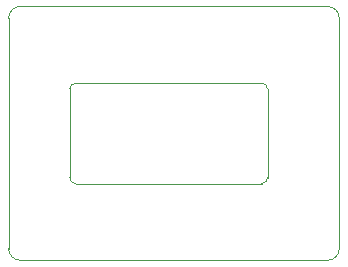
<source format=gbr>
%TF.GenerationSoftware,KiCad,Pcbnew,(7.0.0)*%
%TF.CreationDate,2023-03-29T09:50:13+01:00*%
%TF.ProjectId,Ogen,4f67656e-2e6b-4696-9361-645f70636258,rev?*%
%TF.SameCoordinates,Original*%
%TF.FileFunction,Profile,NP*%
%FSLAX46Y46*%
G04 Gerber Fmt 4.6, Leading zero omitted, Abs format (unit mm)*
G04 Created by KiCad (PCBNEW (7.0.0)) date 2023-03-29 09:50:13*
%MOMM*%
%LPD*%
G01*
G04 APERTURE LIST*
%TA.AperFunction,Profile*%
%ADD10C,0.050000*%
%TD*%
%TA.AperFunction,Profile*%
%ADD11C,0.100000*%
%TD*%
G04 APERTURE END LIST*
D10*
X13000000Y-33749999D02*
G75*
G03*
X14000000Y-34750000I999900J-101D01*
G01*
X14000000Y-34750000D02*
X40000003Y-34750000D01*
X40999998Y-33749999D02*
X41000003Y-14249999D01*
X39999999Y-13249998D02*
X14000002Y-13249998D01*
X41000002Y-14249999D02*
G75*
G03*
X39999999Y-13249998I-1000002J-1D01*
G01*
X40000003Y-34749998D02*
G75*
G03*
X40999998Y-33749999I97J999898D01*
G01*
X14000002Y-13250003D02*
G75*
G03*
X13000003Y-14250003I-2J-999997D01*
G01*
X13000003Y-14250003D02*
X12999999Y-33749999D01*
D11*
%TO.C,U1*%
X18680000Y-28250000D02*
X34430000Y-28250000D01*
X18180000Y-27750000D02*
X18180000Y-20250000D01*
X34930000Y-27750000D02*
X34930000Y-20250000D01*
X34430000Y-19750000D02*
X18680000Y-19750000D01*
X18180000Y-27750000D02*
G75*
G03*
X18680000Y-28250000I500001J1D01*
G01*
X34430000Y-28250000D02*
G75*
G03*
X34930000Y-27750000I2J499998D01*
G01*
X18680000Y-19750000D02*
G75*
G03*
X18180000Y-20250000I0J-500000D01*
G01*
X34930000Y-20250000D02*
G75*
G03*
X34430000Y-19750000I-500000J0D01*
G01*
%TD*%
M02*

</source>
